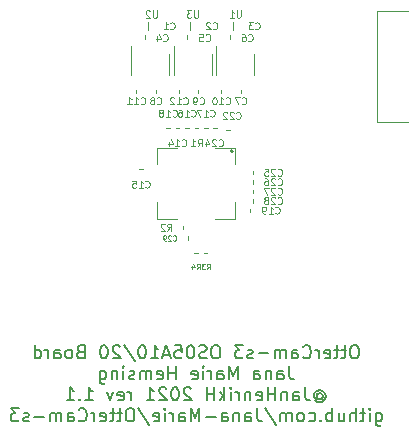
<source format=gbo>
G04 #@! TF.GenerationSoftware,KiCad,Pcbnew,5.1.5+dfsg1-2build2*
G04 #@! TF.CreationDate,2021-10-11T17:45:53+02:00*
G04 #@! TF.ProjectId,sensor_v1.0,73656e73-6f72-45f7-9631-2e302e6b6963,rev?*
G04 #@! TF.SameCoordinates,Original*
G04 #@! TF.FileFunction,Legend,Bot*
G04 #@! TF.FilePolarity,Positive*
%FSLAX46Y46*%
G04 Gerber Fmt 4.6, Leading zero omitted, Abs format (unit mm)*
G04 Created by KiCad (PCBNEW 5.1.5+dfsg1-2build2) date 2021-10-11 17:45:53*
%MOMM*%
%LPD*%
G04 APERTURE LIST*
%ADD10C,0.130000*%
%ADD11C,0.200000*%
%ADD12C,0.120000*%
%ADD13C,0.100000*%
G04 APERTURE END LIST*
D10*
X88488095Y-88727619D02*
X88278571Y-88727619D01*
X88173809Y-88780000D01*
X88069047Y-88884761D01*
X88016666Y-89094285D01*
X88016666Y-89460952D01*
X88069047Y-89670476D01*
X88173809Y-89775238D01*
X88278571Y-89827619D01*
X88488095Y-89827619D01*
X88592857Y-89775238D01*
X88697619Y-89670476D01*
X88750000Y-89460952D01*
X88750000Y-89094285D01*
X88697619Y-88884761D01*
X88592857Y-88780000D01*
X88488095Y-88727619D01*
X87702380Y-89094285D02*
X87283333Y-89094285D01*
X87545238Y-88727619D02*
X87545238Y-89670476D01*
X87492857Y-89775238D01*
X87388095Y-89827619D01*
X87283333Y-89827619D01*
X87073809Y-89094285D02*
X86654761Y-89094285D01*
X86916666Y-88727619D02*
X86916666Y-89670476D01*
X86864285Y-89775238D01*
X86759523Y-89827619D01*
X86654761Y-89827619D01*
X85869047Y-89775238D02*
X85973809Y-89827619D01*
X86183333Y-89827619D01*
X86288095Y-89775238D01*
X86340476Y-89670476D01*
X86340476Y-89251428D01*
X86288095Y-89146666D01*
X86183333Y-89094285D01*
X85973809Y-89094285D01*
X85869047Y-89146666D01*
X85816666Y-89251428D01*
X85816666Y-89356190D01*
X86340476Y-89460952D01*
X85345238Y-89827619D02*
X85345238Y-89094285D01*
X85345238Y-89303809D02*
X85292857Y-89199047D01*
X85240476Y-89146666D01*
X85135714Y-89094285D01*
X85030952Y-89094285D01*
X84035714Y-89722857D02*
X84088095Y-89775238D01*
X84245238Y-89827619D01*
X84350000Y-89827619D01*
X84507142Y-89775238D01*
X84611904Y-89670476D01*
X84664285Y-89565714D01*
X84716666Y-89356190D01*
X84716666Y-89199047D01*
X84664285Y-88989523D01*
X84611904Y-88884761D01*
X84507142Y-88780000D01*
X84350000Y-88727619D01*
X84245238Y-88727619D01*
X84088095Y-88780000D01*
X84035714Y-88832380D01*
X83092857Y-89827619D02*
X83092857Y-89251428D01*
X83145238Y-89146666D01*
X83250000Y-89094285D01*
X83459523Y-89094285D01*
X83564285Y-89146666D01*
X83092857Y-89775238D02*
X83197619Y-89827619D01*
X83459523Y-89827619D01*
X83564285Y-89775238D01*
X83616666Y-89670476D01*
X83616666Y-89565714D01*
X83564285Y-89460952D01*
X83459523Y-89408571D01*
X83197619Y-89408571D01*
X83092857Y-89356190D01*
X82569047Y-89827619D02*
X82569047Y-89094285D01*
X82569047Y-89199047D02*
X82516666Y-89146666D01*
X82411904Y-89094285D01*
X82254761Y-89094285D01*
X82150000Y-89146666D01*
X82097619Y-89251428D01*
X82097619Y-89827619D01*
X82097619Y-89251428D02*
X82045238Y-89146666D01*
X81940476Y-89094285D01*
X81783333Y-89094285D01*
X81678571Y-89146666D01*
X81626190Y-89251428D01*
X81626190Y-89827619D01*
X81102380Y-89408571D02*
X80264285Y-89408571D01*
X79792857Y-89775238D02*
X79688095Y-89827619D01*
X79478571Y-89827619D01*
X79373809Y-89775238D01*
X79321428Y-89670476D01*
X79321428Y-89618095D01*
X79373809Y-89513333D01*
X79478571Y-89460952D01*
X79635714Y-89460952D01*
X79740476Y-89408571D01*
X79792857Y-89303809D01*
X79792857Y-89251428D01*
X79740476Y-89146666D01*
X79635714Y-89094285D01*
X79478571Y-89094285D01*
X79373809Y-89146666D01*
X78954761Y-88727619D02*
X78273809Y-88727619D01*
X78640476Y-89146666D01*
X78483333Y-89146666D01*
X78378571Y-89199047D01*
X78326190Y-89251428D01*
X78273809Y-89356190D01*
X78273809Y-89618095D01*
X78326190Y-89722857D01*
X78378571Y-89775238D01*
X78483333Y-89827619D01*
X78797619Y-89827619D01*
X78902380Y-89775238D01*
X78954761Y-89722857D01*
X76754761Y-88727619D02*
X76545238Y-88727619D01*
X76440476Y-88780000D01*
X76335714Y-88884761D01*
X76283333Y-89094285D01*
X76283333Y-89460952D01*
X76335714Y-89670476D01*
X76440476Y-89775238D01*
X76545238Y-89827619D01*
X76754761Y-89827619D01*
X76859523Y-89775238D01*
X76964285Y-89670476D01*
X77016666Y-89460952D01*
X77016666Y-89094285D01*
X76964285Y-88884761D01*
X76859523Y-88780000D01*
X76754761Y-88727619D01*
X75864285Y-89775238D02*
X75707142Y-89827619D01*
X75445238Y-89827619D01*
X75340476Y-89775238D01*
X75288095Y-89722857D01*
X75235714Y-89618095D01*
X75235714Y-89513333D01*
X75288095Y-89408571D01*
X75340476Y-89356190D01*
X75445238Y-89303809D01*
X75654761Y-89251428D01*
X75759523Y-89199047D01*
X75811904Y-89146666D01*
X75864285Y-89041904D01*
X75864285Y-88937142D01*
X75811904Y-88832380D01*
X75759523Y-88780000D01*
X75654761Y-88727619D01*
X75392857Y-88727619D01*
X75235714Y-88780000D01*
X74554761Y-88727619D02*
X74450000Y-88727619D01*
X74345238Y-88780000D01*
X74292857Y-88832380D01*
X74240476Y-88937142D01*
X74188095Y-89146666D01*
X74188095Y-89408571D01*
X74240476Y-89618095D01*
X74292857Y-89722857D01*
X74345238Y-89775238D01*
X74450000Y-89827619D01*
X74554761Y-89827619D01*
X74659523Y-89775238D01*
X74711904Y-89722857D01*
X74764285Y-89618095D01*
X74816666Y-89408571D01*
X74816666Y-89146666D01*
X74764285Y-88937142D01*
X74711904Y-88832380D01*
X74659523Y-88780000D01*
X74554761Y-88727619D01*
X73192857Y-88727619D02*
X73716666Y-88727619D01*
X73769047Y-89251428D01*
X73716666Y-89199047D01*
X73611904Y-89146666D01*
X73350000Y-89146666D01*
X73245238Y-89199047D01*
X73192857Y-89251428D01*
X73140476Y-89356190D01*
X73140476Y-89618095D01*
X73192857Y-89722857D01*
X73245238Y-89775238D01*
X73350000Y-89827619D01*
X73611904Y-89827619D01*
X73716666Y-89775238D01*
X73769047Y-89722857D01*
X72721428Y-89513333D02*
X72197619Y-89513333D01*
X72826190Y-89827619D02*
X72459523Y-88727619D01*
X72092857Y-89827619D01*
X71150000Y-89827619D02*
X71778571Y-89827619D01*
X71464285Y-89827619D02*
X71464285Y-88727619D01*
X71569047Y-88884761D01*
X71673809Y-88989523D01*
X71778571Y-89041904D01*
X70469047Y-88727619D02*
X70364285Y-88727619D01*
X70259523Y-88780000D01*
X70207142Y-88832380D01*
X70154761Y-88937142D01*
X70102380Y-89146666D01*
X70102380Y-89408571D01*
X70154761Y-89618095D01*
X70207142Y-89722857D01*
X70259523Y-89775238D01*
X70364285Y-89827619D01*
X70469047Y-89827619D01*
X70573809Y-89775238D01*
X70626190Y-89722857D01*
X70678571Y-89618095D01*
X70730952Y-89408571D01*
X70730952Y-89146666D01*
X70678571Y-88937142D01*
X70626190Y-88832380D01*
X70573809Y-88780000D01*
X70469047Y-88727619D01*
X68845238Y-88675238D02*
X69788095Y-90089523D01*
X68530952Y-88832380D02*
X68478571Y-88780000D01*
X68373809Y-88727619D01*
X68111904Y-88727619D01*
X68007142Y-88780000D01*
X67954761Y-88832380D01*
X67902380Y-88937142D01*
X67902380Y-89041904D01*
X67954761Y-89199047D01*
X68583333Y-89827619D01*
X67902380Y-89827619D01*
X67221428Y-88727619D02*
X67116666Y-88727619D01*
X67011904Y-88780000D01*
X66959523Y-88832380D01*
X66907142Y-88937142D01*
X66854761Y-89146666D01*
X66854761Y-89408571D01*
X66907142Y-89618095D01*
X66959523Y-89722857D01*
X67011904Y-89775238D01*
X67116666Y-89827619D01*
X67221428Y-89827619D01*
X67326190Y-89775238D01*
X67378571Y-89722857D01*
X67430952Y-89618095D01*
X67483333Y-89408571D01*
X67483333Y-89146666D01*
X67430952Y-88937142D01*
X67378571Y-88832380D01*
X67326190Y-88780000D01*
X67221428Y-88727619D01*
X65178571Y-89251428D02*
X65021428Y-89303809D01*
X64969047Y-89356190D01*
X64916666Y-89460952D01*
X64916666Y-89618095D01*
X64969047Y-89722857D01*
X65021428Y-89775238D01*
X65126190Y-89827619D01*
X65545238Y-89827619D01*
X65545238Y-88727619D01*
X65178571Y-88727619D01*
X65073809Y-88780000D01*
X65021428Y-88832380D01*
X64969047Y-88937142D01*
X64969047Y-89041904D01*
X65021428Y-89146666D01*
X65073809Y-89199047D01*
X65178571Y-89251428D01*
X65545238Y-89251428D01*
X64288095Y-89827619D02*
X64392857Y-89775238D01*
X64445238Y-89722857D01*
X64497619Y-89618095D01*
X64497619Y-89303809D01*
X64445238Y-89199047D01*
X64392857Y-89146666D01*
X64288095Y-89094285D01*
X64130952Y-89094285D01*
X64026190Y-89146666D01*
X63973809Y-89199047D01*
X63921428Y-89303809D01*
X63921428Y-89618095D01*
X63973809Y-89722857D01*
X64026190Y-89775238D01*
X64130952Y-89827619D01*
X64288095Y-89827619D01*
X62978571Y-89827619D02*
X62978571Y-89251428D01*
X63030952Y-89146666D01*
X63135714Y-89094285D01*
X63345238Y-89094285D01*
X63450000Y-89146666D01*
X62978571Y-89775238D02*
X63083333Y-89827619D01*
X63345238Y-89827619D01*
X63450000Y-89775238D01*
X63502380Y-89670476D01*
X63502380Y-89565714D01*
X63450000Y-89460952D01*
X63345238Y-89408571D01*
X63083333Y-89408571D01*
X62978571Y-89356190D01*
X62454761Y-89827619D02*
X62454761Y-89094285D01*
X62454761Y-89303809D02*
X62402380Y-89199047D01*
X62350000Y-89146666D01*
X62245238Y-89094285D01*
X62140476Y-89094285D01*
X61302380Y-89827619D02*
X61302380Y-88727619D01*
X61302380Y-89775238D02*
X61407142Y-89827619D01*
X61616666Y-89827619D01*
X61721428Y-89775238D01*
X61773809Y-89722857D01*
X61826190Y-89618095D01*
X61826190Y-89303809D01*
X61773809Y-89199047D01*
X61721428Y-89146666D01*
X61616666Y-89094285D01*
X61407142Y-89094285D01*
X61302380Y-89146666D01*
X82857142Y-90507619D02*
X82857142Y-91293333D01*
X82909523Y-91450476D01*
X83014285Y-91555238D01*
X83171428Y-91607619D01*
X83276190Y-91607619D01*
X81861904Y-91607619D02*
X81861904Y-91031428D01*
X81914285Y-90926666D01*
X82019047Y-90874285D01*
X82228571Y-90874285D01*
X82333333Y-90926666D01*
X81861904Y-91555238D02*
X81966666Y-91607619D01*
X82228571Y-91607619D01*
X82333333Y-91555238D01*
X82385714Y-91450476D01*
X82385714Y-91345714D01*
X82333333Y-91240952D01*
X82228571Y-91188571D01*
X81966666Y-91188571D01*
X81861904Y-91136190D01*
X81338095Y-90874285D02*
X81338095Y-91607619D01*
X81338095Y-90979047D02*
X81285714Y-90926666D01*
X81180952Y-90874285D01*
X81023809Y-90874285D01*
X80919047Y-90926666D01*
X80866666Y-91031428D01*
X80866666Y-91607619D01*
X79871428Y-91607619D02*
X79871428Y-91031428D01*
X79923809Y-90926666D01*
X80028571Y-90874285D01*
X80238095Y-90874285D01*
X80342857Y-90926666D01*
X79871428Y-91555238D02*
X79976190Y-91607619D01*
X80238095Y-91607619D01*
X80342857Y-91555238D01*
X80395238Y-91450476D01*
X80395238Y-91345714D01*
X80342857Y-91240952D01*
X80238095Y-91188571D01*
X79976190Y-91188571D01*
X79871428Y-91136190D01*
X78509523Y-91607619D02*
X78509523Y-90507619D01*
X78142857Y-91293333D01*
X77776190Y-90507619D01*
X77776190Y-91607619D01*
X76780952Y-91607619D02*
X76780952Y-91031428D01*
X76833333Y-90926666D01*
X76938095Y-90874285D01*
X77147619Y-90874285D01*
X77252380Y-90926666D01*
X76780952Y-91555238D02*
X76885714Y-91607619D01*
X77147619Y-91607619D01*
X77252380Y-91555238D01*
X77304761Y-91450476D01*
X77304761Y-91345714D01*
X77252380Y-91240952D01*
X77147619Y-91188571D01*
X76885714Y-91188571D01*
X76780952Y-91136190D01*
X76257142Y-91607619D02*
X76257142Y-90874285D01*
X76257142Y-91083809D02*
X76204761Y-90979047D01*
X76152380Y-90926666D01*
X76047619Y-90874285D01*
X75942857Y-90874285D01*
X75576190Y-91607619D02*
X75576190Y-90874285D01*
X75576190Y-90507619D02*
X75628571Y-90560000D01*
X75576190Y-90612380D01*
X75523809Y-90560000D01*
X75576190Y-90507619D01*
X75576190Y-90612380D01*
X74633333Y-91555238D02*
X74738095Y-91607619D01*
X74947619Y-91607619D01*
X75052380Y-91555238D01*
X75104761Y-91450476D01*
X75104761Y-91031428D01*
X75052380Y-90926666D01*
X74947619Y-90874285D01*
X74738095Y-90874285D01*
X74633333Y-90926666D01*
X74580952Y-91031428D01*
X74580952Y-91136190D01*
X75104761Y-91240952D01*
X73271428Y-91607619D02*
X73271428Y-90507619D01*
X73271428Y-91031428D02*
X72642857Y-91031428D01*
X72642857Y-91607619D02*
X72642857Y-90507619D01*
X71700000Y-91555238D02*
X71804761Y-91607619D01*
X72014285Y-91607619D01*
X72119047Y-91555238D01*
X72171428Y-91450476D01*
X72171428Y-91031428D01*
X72119047Y-90926666D01*
X72014285Y-90874285D01*
X71804761Y-90874285D01*
X71700000Y-90926666D01*
X71647619Y-91031428D01*
X71647619Y-91136190D01*
X72171428Y-91240952D01*
X71176190Y-91607619D02*
X71176190Y-90874285D01*
X71176190Y-90979047D02*
X71123809Y-90926666D01*
X71019047Y-90874285D01*
X70861904Y-90874285D01*
X70757142Y-90926666D01*
X70704761Y-91031428D01*
X70704761Y-91607619D01*
X70704761Y-91031428D02*
X70652380Y-90926666D01*
X70547619Y-90874285D01*
X70390476Y-90874285D01*
X70285714Y-90926666D01*
X70233333Y-91031428D01*
X70233333Y-91607619D01*
X69761904Y-91555238D02*
X69657142Y-91607619D01*
X69447619Y-91607619D01*
X69342857Y-91555238D01*
X69290476Y-91450476D01*
X69290476Y-91398095D01*
X69342857Y-91293333D01*
X69447619Y-91240952D01*
X69604761Y-91240952D01*
X69709523Y-91188571D01*
X69761904Y-91083809D01*
X69761904Y-91031428D01*
X69709523Y-90926666D01*
X69604761Y-90874285D01*
X69447619Y-90874285D01*
X69342857Y-90926666D01*
X68819047Y-91607619D02*
X68819047Y-90874285D01*
X68819047Y-90507619D02*
X68871428Y-90560000D01*
X68819047Y-90612380D01*
X68766666Y-90560000D01*
X68819047Y-90507619D01*
X68819047Y-90612380D01*
X68295238Y-90874285D02*
X68295238Y-91607619D01*
X68295238Y-90979047D02*
X68242857Y-90926666D01*
X68138095Y-90874285D01*
X67980952Y-90874285D01*
X67876190Y-90926666D01*
X67823809Y-91031428D01*
X67823809Y-91607619D01*
X66828571Y-90874285D02*
X66828571Y-91764761D01*
X66880952Y-91869523D01*
X66933333Y-91921904D01*
X67038095Y-91974285D01*
X67195238Y-91974285D01*
X67300000Y-91921904D01*
X66828571Y-91555238D02*
X66933333Y-91607619D01*
X67142857Y-91607619D01*
X67247619Y-91555238D01*
X67300000Y-91502857D01*
X67352380Y-91398095D01*
X67352380Y-91083809D01*
X67300000Y-90979047D01*
X67247619Y-90926666D01*
X67142857Y-90874285D01*
X66933333Y-90874285D01*
X66828571Y-90926666D01*
X85240476Y-92863809D02*
X85292857Y-92811428D01*
X85397619Y-92759047D01*
X85502380Y-92759047D01*
X85607142Y-92811428D01*
X85659523Y-92863809D01*
X85711904Y-92968571D01*
X85711904Y-93073333D01*
X85659523Y-93178095D01*
X85607142Y-93230476D01*
X85502380Y-93282857D01*
X85397619Y-93282857D01*
X85292857Y-93230476D01*
X85240476Y-93178095D01*
X85240476Y-92759047D02*
X85240476Y-93178095D01*
X85188095Y-93230476D01*
X85135714Y-93230476D01*
X85030952Y-93178095D01*
X84978571Y-93073333D01*
X84978571Y-92811428D01*
X85083333Y-92654285D01*
X85240476Y-92549523D01*
X85450000Y-92497142D01*
X85659523Y-92549523D01*
X85816666Y-92654285D01*
X85921428Y-92811428D01*
X85973809Y-93020952D01*
X85921428Y-93230476D01*
X85816666Y-93387619D01*
X85659523Y-93492380D01*
X85450000Y-93544761D01*
X85240476Y-93492380D01*
X85083333Y-93387619D01*
X84192857Y-92287619D02*
X84192857Y-93073333D01*
X84245238Y-93230476D01*
X84350000Y-93335238D01*
X84507142Y-93387619D01*
X84611904Y-93387619D01*
X83197619Y-93387619D02*
X83197619Y-92811428D01*
X83250000Y-92706666D01*
X83354761Y-92654285D01*
X83564285Y-92654285D01*
X83669047Y-92706666D01*
X83197619Y-93335238D02*
X83302380Y-93387619D01*
X83564285Y-93387619D01*
X83669047Y-93335238D01*
X83721428Y-93230476D01*
X83721428Y-93125714D01*
X83669047Y-93020952D01*
X83564285Y-92968571D01*
X83302380Y-92968571D01*
X83197619Y-92916190D01*
X82673809Y-92654285D02*
X82673809Y-93387619D01*
X82673809Y-92759047D02*
X82621428Y-92706666D01*
X82516666Y-92654285D01*
X82359523Y-92654285D01*
X82254761Y-92706666D01*
X82202380Y-92811428D01*
X82202380Y-93387619D01*
X81678571Y-93387619D02*
X81678571Y-92287619D01*
X81678571Y-92811428D02*
X81050000Y-92811428D01*
X81050000Y-93387619D02*
X81050000Y-92287619D01*
X80107142Y-93335238D02*
X80211904Y-93387619D01*
X80421428Y-93387619D01*
X80526190Y-93335238D01*
X80578571Y-93230476D01*
X80578571Y-92811428D01*
X80526190Y-92706666D01*
X80421428Y-92654285D01*
X80211904Y-92654285D01*
X80107142Y-92706666D01*
X80054761Y-92811428D01*
X80054761Y-92916190D01*
X80578571Y-93020952D01*
X79583333Y-92654285D02*
X79583333Y-93387619D01*
X79583333Y-92759047D02*
X79530952Y-92706666D01*
X79426190Y-92654285D01*
X79269047Y-92654285D01*
X79164285Y-92706666D01*
X79111904Y-92811428D01*
X79111904Y-93387619D01*
X78588095Y-93387619D02*
X78588095Y-92654285D01*
X78588095Y-92863809D02*
X78535714Y-92759047D01*
X78483333Y-92706666D01*
X78378571Y-92654285D01*
X78273809Y-92654285D01*
X77907142Y-93387619D02*
X77907142Y-92654285D01*
X77907142Y-92287619D02*
X77959523Y-92340000D01*
X77907142Y-92392380D01*
X77854761Y-92340000D01*
X77907142Y-92287619D01*
X77907142Y-92392380D01*
X77383333Y-93387619D02*
X77383333Y-92287619D01*
X77278571Y-92968571D02*
X76964285Y-93387619D01*
X76964285Y-92654285D02*
X77383333Y-93073333D01*
X76492857Y-93387619D02*
X76492857Y-92287619D01*
X76492857Y-92811428D02*
X75864285Y-92811428D01*
X75864285Y-93387619D02*
X75864285Y-92287619D01*
X74554761Y-92392380D02*
X74502380Y-92340000D01*
X74397619Y-92287619D01*
X74135714Y-92287619D01*
X74030952Y-92340000D01*
X73978571Y-92392380D01*
X73926190Y-92497142D01*
X73926190Y-92601904D01*
X73978571Y-92759047D01*
X74607142Y-93387619D01*
X73926190Y-93387619D01*
X73245238Y-92287619D02*
X73140476Y-92287619D01*
X73035714Y-92340000D01*
X72983333Y-92392380D01*
X72930952Y-92497142D01*
X72878571Y-92706666D01*
X72878571Y-92968571D01*
X72930952Y-93178095D01*
X72983333Y-93282857D01*
X73035714Y-93335238D01*
X73140476Y-93387619D01*
X73245238Y-93387619D01*
X73350000Y-93335238D01*
X73402380Y-93282857D01*
X73454761Y-93178095D01*
X73507142Y-92968571D01*
X73507142Y-92706666D01*
X73454761Y-92497142D01*
X73402380Y-92392380D01*
X73350000Y-92340000D01*
X73245238Y-92287619D01*
X72459523Y-92392380D02*
X72407142Y-92340000D01*
X72302380Y-92287619D01*
X72040476Y-92287619D01*
X71935714Y-92340000D01*
X71883333Y-92392380D01*
X71830952Y-92497142D01*
X71830952Y-92601904D01*
X71883333Y-92759047D01*
X72511904Y-93387619D01*
X71830952Y-93387619D01*
X70783333Y-93387619D02*
X71411904Y-93387619D01*
X71097619Y-93387619D02*
X71097619Y-92287619D01*
X71202380Y-92444761D01*
X71307142Y-92549523D01*
X71411904Y-92601904D01*
X69473809Y-93387619D02*
X69473809Y-92654285D01*
X69473809Y-92863809D02*
X69421428Y-92759047D01*
X69369047Y-92706666D01*
X69264285Y-92654285D01*
X69159523Y-92654285D01*
X68373809Y-93335238D02*
X68478571Y-93387619D01*
X68688095Y-93387619D01*
X68792857Y-93335238D01*
X68845238Y-93230476D01*
X68845238Y-92811428D01*
X68792857Y-92706666D01*
X68688095Y-92654285D01*
X68478571Y-92654285D01*
X68373809Y-92706666D01*
X68321428Y-92811428D01*
X68321428Y-92916190D01*
X68845238Y-93020952D01*
X67954761Y-92654285D02*
X67692857Y-93387619D01*
X67430952Y-92654285D01*
X65597619Y-93387619D02*
X66226190Y-93387619D01*
X65911904Y-93387619D02*
X65911904Y-92287619D01*
X66016666Y-92444761D01*
X66121428Y-92549523D01*
X66226190Y-92601904D01*
X65126190Y-93282857D02*
X65073809Y-93335238D01*
X65126190Y-93387619D01*
X65178571Y-93335238D01*
X65126190Y-93282857D01*
X65126190Y-93387619D01*
X64026190Y-93387619D02*
X64654761Y-93387619D01*
X64340476Y-93387619D02*
X64340476Y-92287619D01*
X64445238Y-92444761D01*
X64550000Y-92549523D01*
X64654761Y-92601904D01*
X90190476Y-94434285D02*
X90190476Y-95324761D01*
X90242857Y-95429523D01*
X90295238Y-95481904D01*
X90400000Y-95534285D01*
X90557142Y-95534285D01*
X90661904Y-95481904D01*
X90190476Y-95115238D02*
X90295238Y-95167619D01*
X90504761Y-95167619D01*
X90609523Y-95115238D01*
X90661904Y-95062857D01*
X90714285Y-94958095D01*
X90714285Y-94643809D01*
X90661904Y-94539047D01*
X90609523Y-94486666D01*
X90504761Y-94434285D01*
X90295238Y-94434285D01*
X90190476Y-94486666D01*
X89666666Y-95167619D02*
X89666666Y-94434285D01*
X89666666Y-94067619D02*
X89719047Y-94120000D01*
X89666666Y-94172380D01*
X89614285Y-94120000D01*
X89666666Y-94067619D01*
X89666666Y-94172380D01*
X89300000Y-94434285D02*
X88880952Y-94434285D01*
X89142857Y-94067619D02*
X89142857Y-95010476D01*
X89090476Y-95115238D01*
X88985714Y-95167619D01*
X88880952Y-95167619D01*
X88514285Y-95167619D02*
X88514285Y-94067619D01*
X88042857Y-95167619D02*
X88042857Y-94591428D01*
X88095238Y-94486666D01*
X88200000Y-94434285D01*
X88357142Y-94434285D01*
X88461904Y-94486666D01*
X88514285Y-94539047D01*
X87047619Y-94434285D02*
X87047619Y-95167619D01*
X87519047Y-94434285D02*
X87519047Y-95010476D01*
X87466666Y-95115238D01*
X87361904Y-95167619D01*
X87204761Y-95167619D01*
X87100000Y-95115238D01*
X87047619Y-95062857D01*
X86523809Y-95167619D02*
X86523809Y-94067619D01*
X86523809Y-94486666D02*
X86419047Y-94434285D01*
X86209523Y-94434285D01*
X86104761Y-94486666D01*
X86052380Y-94539047D01*
X86000000Y-94643809D01*
X86000000Y-94958095D01*
X86052380Y-95062857D01*
X86104761Y-95115238D01*
X86209523Y-95167619D01*
X86419047Y-95167619D01*
X86523809Y-95115238D01*
X85528571Y-95062857D02*
X85476190Y-95115238D01*
X85528571Y-95167619D01*
X85580952Y-95115238D01*
X85528571Y-95062857D01*
X85528571Y-95167619D01*
X84533333Y-95115238D02*
X84638095Y-95167619D01*
X84847619Y-95167619D01*
X84952380Y-95115238D01*
X85004761Y-95062857D01*
X85057142Y-94958095D01*
X85057142Y-94643809D01*
X85004761Y-94539047D01*
X84952380Y-94486666D01*
X84847619Y-94434285D01*
X84638095Y-94434285D01*
X84533333Y-94486666D01*
X83904761Y-95167619D02*
X84009523Y-95115238D01*
X84061904Y-95062857D01*
X84114285Y-94958095D01*
X84114285Y-94643809D01*
X84061904Y-94539047D01*
X84009523Y-94486666D01*
X83904761Y-94434285D01*
X83747619Y-94434285D01*
X83642857Y-94486666D01*
X83590476Y-94539047D01*
X83538095Y-94643809D01*
X83538095Y-94958095D01*
X83590476Y-95062857D01*
X83642857Y-95115238D01*
X83747619Y-95167619D01*
X83904761Y-95167619D01*
X83066666Y-95167619D02*
X83066666Y-94434285D01*
X83066666Y-94539047D02*
X83014285Y-94486666D01*
X82909523Y-94434285D01*
X82752380Y-94434285D01*
X82647619Y-94486666D01*
X82595238Y-94591428D01*
X82595238Y-95167619D01*
X82595238Y-94591428D02*
X82542857Y-94486666D01*
X82438095Y-94434285D01*
X82280952Y-94434285D01*
X82176190Y-94486666D01*
X82123809Y-94591428D01*
X82123809Y-95167619D01*
X80814285Y-94015238D02*
X81757142Y-95429523D01*
X80133333Y-94067619D02*
X80133333Y-94853333D01*
X80185714Y-95010476D01*
X80290476Y-95115238D01*
X80447619Y-95167619D01*
X80552380Y-95167619D01*
X79138095Y-95167619D02*
X79138095Y-94591428D01*
X79190476Y-94486666D01*
X79295238Y-94434285D01*
X79504761Y-94434285D01*
X79609523Y-94486666D01*
X79138095Y-95115238D02*
X79242857Y-95167619D01*
X79504761Y-95167619D01*
X79609523Y-95115238D01*
X79661904Y-95010476D01*
X79661904Y-94905714D01*
X79609523Y-94800952D01*
X79504761Y-94748571D01*
X79242857Y-94748571D01*
X79138095Y-94696190D01*
X78614285Y-94434285D02*
X78614285Y-95167619D01*
X78614285Y-94539047D02*
X78561904Y-94486666D01*
X78457142Y-94434285D01*
X78300000Y-94434285D01*
X78195238Y-94486666D01*
X78142857Y-94591428D01*
X78142857Y-95167619D01*
X77147619Y-95167619D02*
X77147619Y-94591428D01*
X77200000Y-94486666D01*
X77304761Y-94434285D01*
X77514285Y-94434285D01*
X77619047Y-94486666D01*
X77147619Y-95115238D02*
X77252380Y-95167619D01*
X77514285Y-95167619D01*
X77619047Y-95115238D01*
X77671428Y-95010476D01*
X77671428Y-94905714D01*
X77619047Y-94800952D01*
X77514285Y-94748571D01*
X77252380Y-94748571D01*
X77147619Y-94696190D01*
X76623809Y-94748571D02*
X75785714Y-94748571D01*
X75261904Y-95167619D02*
X75261904Y-94067619D01*
X74895238Y-94853333D01*
X74528571Y-94067619D01*
X74528571Y-95167619D01*
X73533333Y-95167619D02*
X73533333Y-94591428D01*
X73585714Y-94486666D01*
X73690476Y-94434285D01*
X73900000Y-94434285D01*
X74004761Y-94486666D01*
X73533333Y-95115238D02*
X73638095Y-95167619D01*
X73900000Y-95167619D01*
X74004761Y-95115238D01*
X74057142Y-95010476D01*
X74057142Y-94905714D01*
X74004761Y-94800952D01*
X73900000Y-94748571D01*
X73638095Y-94748571D01*
X73533333Y-94696190D01*
X73009523Y-95167619D02*
X73009523Y-94434285D01*
X73009523Y-94643809D02*
X72957142Y-94539047D01*
X72904761Y-94486666D01*
X72800000Y-94434285D01*
X72695238Y-94434285D01*
X72328571Y-95167619D02*
X72328571Y-94434285D01*
X72328571Y-94067619D02*
X72380952Y-94120000D01*
X72328571Y-94172380D01*
X72276190Y-94120000D01*
X72328571Y-94067619D01*
X72328571Y-94172380D01*
X71385714Y-95115238D02*
X71490476Y-95167619D01*
X71700000Y-95167619D01*
X71804761Y-95115238D01*
X71857142Y-95010476D01*
X71857142Y-94591428D01*
X71804761Y-94486666D01*
X71700000Y-94434285D01*
X71490476Y-94434285D01*
X71385714Y-94486666D01*
X71333333Y-94591428D01*
X71333333Y-94696190D01*
X71857142Y-94800952D01*
X70076190Y-94015238D02*
X71019047Y-95429523D01*
X69500000Y-94067619D02*
X69290476Y-94067619D01*
X69185714Y-94120000D01*
X69080952Y-94224761D01*
X69028571Y-94434285D01*
X69028571Y-94800952D01*
X69080952Y-95010476D01*
X69185714Y-95115238D01*
X69290476Y-95167619D01*
X69500000Y-95167619D01*
X69604761Y-95115238D01*
X69709523Y-95010476D01*
X69761904Y-94800952D01*
X69761904Y-94434285D01*
X69709523Y-94224761D01*
X69604761Y-94120000D01*
X69500000Y-94067619D01*
X68714285Y-94434285D02*
X68295238Y-94434285D01*
X68557142Y-94067619D02*
X68557142Y-95010476D01*
X68504761Y-95115238D01*
X68400000Y-95167619D01*
X68295238Y-95167619D01*
X68085714Y-94434285D02*
X67666666Y-94434285D01*
X67928571Y-94067619D02*
X67928571Y-95010476D01*
X67876190Y-95115238D01*
X67771428Y-95167619D01*
X67666666Y-95167619D01*
X66880952Y-95115238D02*
X66985714Y-95167619D01*
X67195238Y-95167619D01*
X67300000Y-95115238D01*
X67352380Y-95010476D01*
X67352380Y-94591428D01*
X67300000Y-94486666D01*
X67195238Y-94434285D01*
X66985714Y-94434285D01*
X66880952Y-94486666D01*
X66828571Y-94591428D01*
X66828571Y-94696190D01*
X67352380Y-94800952D01*
X66357142Y-95167619D02*
X66357142Y-94434285D01*
X66357142Y-94643809D02*
X66304761Y-94539047D01*
X66252380Y-94486666D01*
X66147619Y-94434285D01*
X66042857Y-94434285D01*
X65047619Y-95062857D02*
X65100000Y-95115238D01*
X65257142Y-95167619D01*
X65361904Y-95167619D01*
X65519047Y-95115238D01*
X65623809Y-95010476D01*
X65676190Y-94905714D01*
X65728571Y-94696190D01*
X65728571Y-94539047D01*
X65676190Y-94329523D01*
X65623809Y-94224761D01*
X65519047Y-94120000D01*
X65361904Y-94067619D01*
X65257142Y-94067619D01*
X65100000Y-94120000D01*
X65047619Y-94172380D01*
X64104761Y-95167619D02*
X64104761Y-94591428D01*
X64157142Y-94486666D01*
X64261904Y-94434285D01*
X64471428Y-94434285D01*
X64576190Y-94486666D01*
X64104761Y-95115238D02*
X64209523Y-95167619D01*
X64471428Y-95167619D01*
X64576190Y-95115238D01*
X64628571Y-95010476D01*
X64628571Y-94905714D01*
X64576190Y-94800952D01*
X64471428Y-94748571D01*
X64209523Y-94748571D01*
X64104761Y-94696190D01*
X63580952Y-95167619D02*
X63580952Y-94434285D01*
X63580952Y-94539047D02*
X63528571Y-94486666D01*
X63423809Y-94434285D01*
X63266666Y-94434285D01*
X63161904Y-94486666D01*
X63109523Y-94591428D01*
X63109523Y-95167619D01*
X63109523Y-94591428D02*
X63057142Y-94486666D01*
X62952380Y-94434285D01*
X62795238Y-94434285D01*
X62690476Y-94486666D01*
X62638095Y-94591428D01*
X62638095Y-95167619D01*
X62114285Y-94748571D02*
X61276190Y-94748571D01*
X60804761Y-95115238D02*
X60700000Y-95167619D01*
X60490476Y-95167619D01*
X60385714Y-95115238D01*
X60333333Y-95010476D01*
X60333333Y-94958095D01*
X60385714Y-94853333D01*
X60490476Y-94800952D01*
X60647619Y-94800952D01*
X60752380Y-94748571D01*
X60804761Y-94643809D01*
X60804761Y-94591428D01*
X60752380Y-94486666D01*
X60647619Y-94434285D01*
X60490476Y-94434285D01*
X60385714Y-94486666D01*
X59966666Y-94067619D02*
X59285714Y-94067619D01*
X59652380Y-94486666D01*
X59495238Y-94486666D01*
X59390476Y-94539047D01*
X59338095Y-94591428D01*
X59285714Y-94696190D01*
X59285714Y-94958095D01*
X59338095Y-95062857D01*
X59390476Y-95115238D01*
X59495238Y-95167619D01*
X59809523Y-95167619D01*
X59914285Y-95115238D01*
X59966666Y-95062857D01*
D11*
X78100000Y-72300000D02*
G75*
G03X78100000Y-72300000I-100000J0D01*
G01*
D12*
X73400000Y-72000000D02*
X71700000Y-72000000D01*
X71700000Y-78000000D02*
X71700000Y-76620000D01*
X73380000Y-78000000D02*
X71700000Y-78000000D01*
X71700000Y-72000000D02*
X71700000Y-73380000D01*
X78300000Y-78000000D02*
X78300000Y-76620000D01*
X76600000Y-78000000D02*
X78300000Y-78000000D01*
X78300000Y-72000000D02*
X78300000Y-73380000D01*
X76620000Y-72000000D02*
X78300000Y-72000000D01*
X75100000Y-80900000D02*
X74800000Y-80900000D01*
X75925000Y-80900000D02*
X75625000Y-80900000D01*
X74300000Y-79500000D02*
X74300000Y-79800000D01*
X73090000Y-65825000D02*
X73090000Y-63375000D01*
X76310000Y-64025000D02*
X76310000Y-65825000D01*
X69490000Y-65825000D02*
X69490000Y-63375000D01*
X72710000Y-64025000D02*
X72710000Y-65825000D01*
X76690000Y-65825000D02*
X76690000Y-63375000D01*
X79910000Y-64025000D02*
X79910000Y-65825000D01*
X73850000Y-78875000D02*
X73850000Y-78575000D01*
X75150000Y-70350000D02*
X74850000Y-70350000D01*
X92900000Y-69800000D02*
X90300000Y-69800000D01*
X90300000Y-69800000D02*
X90300000Y-60400000D01*
X90300000Y-60400000D02*
X92900000Y-60400000D01*
X79800000Y-76650000D02*
X79800000Y-76350000D01*
X79800000Y-75850000D02*
X79800000Y-75550000D01*
X79800000Y-75050000D02*
X79800000Y-74750000D01*
X79800000Y-74250000D02*
X79800000Y-73950000D01*
X76450000Y-70350000D02*
X76750000Y-70350000D01*
X77550000Y-70500000D02*
X77850000Y-70500000D01*
X79525000Y-77150000D02*
X79525000Y-77450000D01*
X72450000Y-70350000D02*
X72750000Y-70350000D01*
X75650000Y-70350000D02*
X75950000Y-70350000D01*
X74050000Y-70350000D02*
X74350000Y-70350000D01*
X70150000Y-73800000D02*
X70450000Y-73800000D01*
X73250000Y-70350000D02*
X73550000Y-70350000D01*
X73525000Y-67075000D02*
X73525000Y-67375000D01*
X69925000Y-67075000D02*
X69925000Y-67375000D01*
X77125000Y-67075000D02*
X77125000Y-67375000D01*
X75175000Y-67375000D02*
X75175000Y-67075000D01*
X71575000Y-67375000D02*
X71575000Y-67075000D01*
X78775000Y-67375000D02*
X78775000Y-67075000D01*
X77825000Y-62475000D02*
X77825000Y-62775000D01*
X74225000Y-62475000D02*
X74225000Y-62775000D01*
X70625000Y-62475000D02*
X70625000Y-62775000D01*
X78100000Y-61325000D02*
X78100000Y-62025000D01*
X74500000Y-61325000D02*
X74500000Y-62025000D01*
X70900000Y-61325000D02*
X70900000Y-62025000D01*
D13*
X75025000Y-82278571D02*
X75175000Y-82064285D01*
X75282142Y-82278571D02*
X75282142Y-81828571D01*
X75110714Y-81828571D01*
X75067857Y-81850000D01*
X75046428Y-81871428D01*
X75025000Y-81914285D01*
X75025000Y-81978571D01*
X75046428Y-82021428D01*
X75067857Y-82042857D01*
X75110714Y-82064285D01*
X75282142Y-82064285D01*
X74639285Y-81978571D02*
X74639285Y-82278571D01*
X74746428Y-81807142D02*
X74853571Y-82128571D01*
X74575000Y-82128571D01*
X75875000Y-82278571D02*
X76025000Y-82064285D01*
X76132142Y-82278571D02*
X76132142Y-81828571D01*
X75960714Y-81828571D01*
X75917857Y-81850000D01*
X75896428Y-81871428D01*
X75875000Y-81914285D01*
X75875000Y-81978571D01*
X75896428Y-82021428D01*
X75917857Y-82042857D01*
X75960714Y-82064285D01*
X76132142Y-82064285D01*
X75725000Y-81828571D02*
X75446428Y-81828571D01*
X75596428Y-82000000D01*
X75532142Y-82000000D01*
X75489285Y-82021428D01*
X75467857Y-82042857D01*
X75446428Y-82085714D01*
X75446428Y-82192857D01*
X75467857Y-82235714D01*
X75489285Y-82257142D01*
X75532142Y-82278571D01*
X75660714Y-82278571D01*
X75703571Y-82257142D01*
X75725000Y-82235714D01*
X73039285Y-79810714D02*
X73060714Y-79832142D01*
X73125000Y-79853571D01*
X73167857Y-79853571D01*
X73232142Y-79832142D01*
X73275000Y-79789285D01*
X73296428Y-79746428D01*
X73317857Y-79660714D01*
X73317857Y-79596428D01*
X73296428Y-79510714D01*
X73275000Y-79467857D01*
X73232142Y-79425000D01*
X73167857Y-79403571D01*
X73125000Y-79403571D01*
X73060714Y-79425000D01*
X73039285Y-79446428D01*
X72867857Y-79446428D02*
X72846428Y-79425000D01*
X72803571Y-79403571D01*
X72696428Y-79403571D01*
X72653571Y-79425000D01*
X72632142Y-79446428D01*
X72610714Y-79489285D01*
X72610714Y-79532142D01*
X72632142Y-79596428D01*
X72889285Y-79853571D01*
X72610714Y-79853571D01*
X72396428Y-79853571D02*
X72310714Y-79853571D01*
X72267857Y-79832142D01*
X72246428Y-79810714D01*
X72203571Y-79746428D01*
X72182142Y-79660714D01*
X72182142Y-79489285D01*
X72203571Y-79446428D01*
X72225000Y-79425000D01*
X72267857Y-79403571D01*
X72353571Y-79403571D01*
X72396428Y-79425000D01*
X72417857Y-79446428D01*
X72439285Y-79489285D01*
X72439285Y-79596428D01*
X72417857Y-79639285D01*
X72396428Y-79660714D01*
X72353571Y-79682142D01*
X72267857Y-79682142D01*
X72225000Y-79660714D01*
X72203571Y-79639285D01*
X72182142Y-79596428D01*
X75157142Y-60371428D02*
X75157142Y-60857142D01*
X75128571Y-60914285D01*
X75100000Y-60942857D01*
X75042857Y-60971428D01*
X74928571Y-60971428D01*
X74871428Y-60942857D01*
X74842857Y-60914285D01*
X74814285Y-60857142D01*
X74814285Y-60371428D01*
X74585714Y-60371428D02*
X74214285Y-60371428D01*
X74414285Y-60600000D01*
X74328571Y-60600000D01*
X74271428Y-60628571D01*
X74242857Y-60657142D01*
X74214285Y-60714285D01*
X74214285Y-60857142D01*
X74242857Y-60914285D01*
X74271428Y-60942857D01*
X74328571Y-60971428D01*
X74500000Y-60971428D01*
X74557142Y-60942857D01*
X74585714Y-60914285D01*
X71657142Y-60371428D02*
X71657142Y-60857142D01*
X71628571Y-60914285D01*
X71600000Y-60942857D01*
X71542857Y-60971428D01*
X71428571Y-60971428D01*
X71371428Y-60942857D01*
X71342857Y-60914285D01*
X71314285Y-60857142D01*
X71314285Y-60371428D01*
X71057142Y-60428571D02*
X71028571Y-60400000D01*
X70971428Y-60371428D01*
X70828571Y-60371428D01*
X70771428Y-60400000D01*
X70742857Y-60428571D01*
X70714285Y-60485714D01*
X70714285Y-60542857D01*
X70742857Y-60628571D01*
X71085714Y-60971428D01*
X70714285Y-60971428D01*
X78757142Y-60371428D02*
X78757142Y-60857142D01*
X78728571Y-60914285D01*
X78700000Y-60942857D01*
X78642857Y-60971428D01*
X78528571Y-60971428D01*
X78471428Y-60942857D01*
X78442857Y-60914285D01*
X78414285Y-60857142D01*
X78414285Y-60371428D01*
X77814285Y-60971428D02*
X78157142Y-60971428D01*
X77985714Y-60971428D02*
X77985714Y-60371428D01*
X78042857Y-60457142D01*
X78100000Y-60514285D01*
X78157142Y-60542857D01*
X72550000Y-79021428D02*
X72750000Y-78735714D01*
X72892857Y-79021428D02*
X72892857Y-78421428D01*
X72664285Y-78421428D01*
X72607142Y-78450000D01*
X72578571Y-78478571D01*
X72550000Y-78535714D01*
X72550000Y-78621428D01*
X72578571Y-78678571D01*
X72607142Y-78707142D01*
X72664285Y-78735714D01*
X72892857Y-78735714D01*
X72321428Y-78478571D02*
X72292857Y-78450000D01*
X72235714Y-78421428D01*
X72092857Y-78421428D01*
X72035714Y-78450000D01*
X72007142Y-78478571D01*
X71978571Y-78535714D01*
X71978571Y-78592857D01*
X72007142Y-78678571D01*
X72350000Y-79021428D01*
X71978571Y-79021428D01*
X75100000Y-71871428D02*
X75300000Y-71585714D01*
X75442857Y-71871428D02*
X75442857Y-71271428D01*
X75214285Y-71271428D01*
X75157142Y-71300000D01*
X75128571Y-71328571D01*
X75100000Y-71385714D01*
X75100000Y-71471428D01*
X75128571Y-71528571D01*
X75157142Y-71557142D01*
X75214285Y-71585714D01*
X75442857Y-71585714D01*
X74528571Y-71871428D02*
X74871428Y-71871428D01*
X74700000Y-71871428D02*
X74700000Y-71271428D01*
X74757142Y-71357142D01*
X74814285Y-71414285D01*
X74871428Y-71442857D01*
X81885714Y-76714285D02*
X81914285Y-76742857D01*
X82000000Y-76771428D01*
X82057142Y-76771428D01*
X82142857Y-76742857D01*
X82200000Y-76685714D01*
X82228571Y-76628571D01*
X82257142Y-76514285D01*
X82257142Y-76428571D01*
X82228571Y-76314285D01*
X82200000Y-76257142D01*
X82142857Y-76200000D01*
X82057142Y-76171428D01*
X82000000Y-76171428D01*
X81914285Y-76200000D01*
X81885714Y-76228571D01*
X81657142Y-76228571D02*
X81628571Y-76200000D01*
X81571428Y-76171428D01*
X81428571Y-76171428D01*
X81371428Y-76200000D01*
X81342857Y-76228571D01*
X81314285Y-76285714D01*
X81314285Y-76342857D01*
X81342857Y-76428571D01*
X81685714Y-76771428D01*
X81314285Y-76771428D01*
X80971428Y-76428571D02*
X81028571Y-76400000D01*
X81057142Y-76371428D01*
X81085714Y-76314285D01*
X81085714Y-76285714D01*
X81057142Y-76228571D01*
X81028571Y-76200000D01*
X80971428Y-76171428D01*
X80857142Y-76171428D01*
X80800000Y-76200000D01*
X80771428Y-76228571D01*
X80742857Y-76285714D01*
X80742857Y-76314285D01*
X80771428Y-76371428D01*
X80800000Y-76400000D01*
X80857142Y-76428571D01*
X80971428Y-76428571D01*
X81028571Y-76457142D01*
X81057142Y-76485714D01*
X81085714Y-76542857D01*
X81085714Y-76657142D01*
X81057142Y-76714285D01*
X81028571Y-76742857D01*
X80971428Y-76771428D01*
X80857142Y-76771428D01*
X80800000Y-76742857D01*
X80771428Y-76714285D01*
X80742857Y-76657142D01*
X80742857Y-76542857D01*
X80771428Y-76485714D01*
X80800000Y-76457142D01*
X80857142Y-76428571D01*
X81885714Y-75914285D02*
X81914285Y-75942857D01*
X82000000Y-75971428D01*
X82057142Y-75971428D01*
X82142857Y-75942857D01*
X82200000Y-75885714D01*
X82228571Y-75828571D01*
X82257142Y-75714285D01*
X82257142Y-75628571D01*
X82228571Y-75514285D01*
X82200000Y-75457142D01*
X82142857Y-75400000D01*
X82057142Y-75371428D01*
X82000000Y-75371428D01*
X81914285Y-75400000D01*
X81885714Y-75428571D01*
X81657142Y-75428571D02*
X81628571Y-75400000D01*
X81571428Y-75371428D01*
X81428571Y-75371428D01*
X81371428Y-75400000D01*
X81342857Y-75428571D01*
X81314285Y-75485714D01*
X81314285Y-75542857D01*
X81342857Y-75628571D01*
X81685714Y-75971428D01*
X81314285Y-75971428D01*
X81114285Y-75371428D02*
X80714285Y-75371428D01*
X80971428Y-75971428D01*
X81885714Y-75114285D02*
X81914285Y-75142857D01*
X82000000Y-75171428D01*
X82057142Y-75171428D01*
X82142857Y-75142857D01*
X82200000Y-75085714D01*
X82228571Y-75028571D01*
X82257142Y-74914285D01*
X82257142Y-74828571D01*
X82228571Y-74714285D01*
X82200000Y-74657142D01*
X82142857Y-74600000D01*
X82057142Y-74571428D01*
X82000000Y-74571428D01*
X81914285Y-74600000D01*
X81885714Y-74628571D01*
X81657142Y-74628571D02*
X81628571Y-74600000D01*
X81571428Y-74571428D01*
X81428571Y-74571428D01*
X81371428Y-74600000D01*
X81342857Y-74628571D01*
X81314285Y-74685714D01*
X81314285Y-74742857D01*
X81342857Y-74828571D01*
X81685714Y-75171428D01*
X81314285Y-75171428D01*
X80800000Y-74571428D02*
X80914285Y-74571428D01*
X80971428Y-74600000D01*
X81000000Y-74628571D01*
X81057142Y-74714285D01*
X81085714Y-74828571D01*
X81085714Y-75057142D01*
X81057142Y-75114285D01*
X81028571Y-75142857D01*
X80971428Y-75171428D01*
X80857142Y-75171428D01*
X80800000Y-75142857D01*
X80771428Y-75114285D01*
X80742857Y-75057142D01*
X80742857Y-74914285D01*
X80771428Y-74857142D01*
X80800000Y-74828571D01*
X80857142Y-74800000D01*
X80971428Y-74800000D01*
X81028571Y-74828571D01*
X81057142Y-74857142D01*
X81085714Y-74914285D01*
X81885714Y-74314285D02*
X81914285Y-74342857D01*
X82000000Y-74371428D01*
X82057142Y-74371428D01*
X82142857Y-74342857D01*
X82200000Y-74285714D01*
X82228571Y-74228571D01*
X82257142Y-74114285D01*
X82257142Y-74028571D01*
X82228571Y-73914285D01*
X82200000Y-73857142D01*
X82142857Y-73800000D01*
X82057142Y-73771428D01*
X82000000Y-73771428D01*
X81914285Y-73800000D01*
X81885714Y-73828571D01*
X81657142Y-73828571D02*
X81628571Y-73800000D01*
X81571428Y-73771428D01*
X81428571Y-73771428D01*
X81371428Y-73800000D01*
X81342857Y-73828571D01*
X81314285Y-73885714D01*
X81314285Y-73942857D01*
X81342857Y-74028571D01*
X81685714Y-74371428D01*
X81314285Y-74371428D01*
X80771428Y-73771428D02*
X81057142Y-73771428D01*
X81085714Y-74057142D01*
X81057142Y-74028571D01*
X81000000Y-74000000D01*
X80857142Y-74000000D01*
X80800000Y-74028571D01*
X80771428Y-74057142D01*
X80742857Y-74114285D01*
X80742857Y-74257142D01*
X80771428Y-74314285D01*
X80800000Y-74342857D01*
X80857142Y-74371428D01*
X81000000Y-74371428D01*
X81057142Y-74342857D01*
X81085714Y-74314285D01*
X76885714Y-71814285D02*
X76914285Y-71842857D01*
X77000000Y-71871428D01*
X77057142Y-71871428D01*
X77142857Y-71842857D01*
X77200000Y-71785714D01*
X77228571Y-71728571D01*
X77257142Y-71614285D01*
X77257142Y-71528571D01*
X77228571Y-71414285D01*
X77200000Y-71357142D01*
X77142857Y-71300000D01*
X77057142Y-71271428D01*
X77000000Y-71271428D01*
X76914285Y-71300000D01*
X76885714Y-71328571D01*
X76657142Y-71328571D02*
X76628571Y-71300000D01*
X76571428Y-71271428D01*
X76428571Y-71271428D01*
X76371428Y-71300000D01*
X76342857Y-71328571D01*
X76314285Y-71385714D01*
X76314285Y-71442857D01*
X76342857Y-71528571D01*
X76685714Y-71871428D01*
X76314285Y-71871428D01*
X75800000Y-71471428D02*
X75800000Y-71871428D01*
X75942857Y-71242857D02*
X76085714Y-71671428D01*
X75714285Y-71671428D01*
X78385714Y-69514285D02*
X78414285Y-69542857D01*
X78500000Y-69571428D01*
X78557142Y-69571428D01*
X78642857Y-69542857D01*
X78700000Y-69485714D01*
X78728571Y-69428571D01*
X78757142Y-69314285D01*
X78757142Y-69228571D01*
X78728571Y-69114285D01*
X78700000Y-69057142D01*
X78642857Y-69000000D01*
X78557142Y-68971428D01*
X78500000Y-68971428D01*
X78414285Y-69000000D01*
X78385714Y-69028571D01*
X78157142Y-69028571D02*
X78128571Y-69000000D01*
X78071428Y-68971428D01*
X77928571Y-68971428D01*
X77871428Y-69000000D01*
X77842857Y-69028571D01*
X77814285Y-69085714D01*
X77814285Y-69142857D01*
X77842857Y-69228571D01*
X78185714Y-69571428D01*
X77814285Y-69571428D01*
X77585714Y-69028571D02*
X77557142Y-69000000D01*
X77500000Y-68971428D01*
X77357142Y-68971428D01*
X77300000Y-69000000D01*
X77271428Y-69028571D01*
X77242857Y-69085714D01*
X77242857Y-69142857D01*
X77271428Y-69228571D01*
X77614285Y-69571428D01*
X77242857Y-69571428D01*
X81685714Y-77514285D02*
X81714285Y-77542857D01*
X81800000Y-77571428D01*
X81857142Y-77571428D01*
X81942857Y-77542857D01*
X82000000Y-77485714D01*
X82028571Y-77428571D01*
X82057142Y-77314285D01*
X82057142Y-77228571D01*
X82028571Y-77114285D01*
X82000000Y-77057142D01*
X81942857Y-77000000D01*
X81857142Y-76971428D01*
X81800000Y-76971428D01*
X81714285Y-77000000D01*
X81685714Y-77028571D01*
X81114285Y-77571428D02*
X81457142Y-77571428D01*
X81285714Y-77571428D02*
X81285714Y-76971428D01*
X81342857Y-77057142D01*
X81400000Y-77114285D01*
X81457142Y-77142857D01*
X80828571Y-77571428D02*
X80714285Y-77571428D01*
X80657142Y-77542857D01*
X80628571Y-77514285D01*
X80571428Y-77428571D01*
X80542857Y-77314285D01*
X80542857Y-77085714D01*
X80571428Y-77028571D01*
X80600000Y-77000000D01*
X80657142Y-76971428D01*
X80771428Y-76971428D01*
X80828571Y-77000000D01*
X80857142Y-77028571D01*
X80885714Y-77085714D01*
X80885714Y-77228571D01*
X80857142Y-77285714D01*
X80828571Y-77314285D01*
X80771428Y-77342857D01*
X80657142Y-77342857D01*
X80600000Y-77314285D01*
X80571428Y-77285714D01*
X80542857Y-77228571D01*
X72985714Y-69314285D02*
X73014285Y-69342857D01*
X73100000Y-69371428D01*
X73157142Y-69371428D01*
X73242857Y-69342857D01*
X73300000Y-69285714D01*
X73328571Y-69228571D01*
X73357142Y-69114285D01*
X73357142Y-69028571D01*
X73328571Y-68914285D01*
X73300000Y-68857142D01*
X73242857Y-68800000D01*
X73157142Y-68771428D01*
X73100000Y-68771428D01*
X73014285Y-68800000D01*
X72985714Y-68828571D01*
X72414285Y-69371428D02*
X72757142Y-69371428D01*
X72585714Y-69371428D02*
X72585714Y-68771428D01*
X72642857Y-68857142D01*
X72700000Y-68914285D01*
X72757142Y-68942857D01*
X72071428Y-69028571D02*
X72128571Y-69000000D01*
X72157142Y-68971428D01*
X72185714Y-68914285D01*
X72185714Y-68885714D01*
X72157142Y-68828571D01*
X72128571Y-68800000D01*
X72071428Y-68771428D01*
X71957142Y-68771428D01*
X71900000Y-68800000D01*
X71871428Y-68828571D01*
X71842857Y-68885714D01*
X71842857Y-68914285D01*
X71871428Y-68971428D01*
X71900000Y-69000000D01*
X71957142Y-69028571D01*
X72071428Y-69028571D01*
X72128571Y-69057142D01*
X72157142Y-69085714D01*
X72185714Y-69142857D01*
X72185714Y-69257142D01*
X72157142Y-69314285D01*
X72128571Y-69342857D01*
X72071428Y-69371428D01*
X71957142Y-69371428D01*
X71900000Y-69342857D01*
X71871428Y-69314285D01*
X71842857Y-69257142D01*
X71842857Y-69142857D01*
X71871428Y-69085714D01*
X71900000Y-69057142D01*
X71957142Y-69028571D01*
X76185714Y-69314285D02*
X76214285Y-69342857D01*
X76300000Y-69371428D01*
X76357142Y-69371428D01*
X76442857Y-69342857D01*
X76500000Y-69285714D01*
X76528571Y-69228571D01*
X76557142Y-69114285D01*
X76557142Y-69028571D01*
X76528571Y-68914285D01*
X76500000Y-68857142D01*
X76442857Y-68800000D01*
X76357142Y-68771428D01*
X76300000Y-68771428D01*
X76214285Y-68800000D01*
X76185714Y-68828571D01*
X75614285Y-69371428D02*
X75957142Y-69371428D01*
X75785714Y-69371428D02*
X75785714Y-68771428D01*
X75842857Y-68857142D01*
X75900000Y-68914285D01*
X75957142Y-68942857D01*
X75414285Y-68771428D02*
X75014285Y-68771428D01*
X75271428Y-69371428D01*
X74585714Y-69314285D02*
X74614285Y-69342857D01*
X74700000Y-69371428D01*
X74757142Y-69371428D01*
X74842857Y-69342857D01*
X74900000Y-69285714D01*
X74928571Y-69228571D01*
X74957142Y-69114285D01*
X74957142Y-69028571D01*
X74928571Y-68914285D01*
X74900000Y-68857142D01*
X74842857Y-68800000D01*
X74757142Y-68771428D01*
X74700000Y-68771428D01*
X74614285Y-68800000D01*
X74585714Y-68828571D01*
X74014285Y-69371428D02*
X74357142Y-69371428D01*
X74185714Y-69371428D02*
X74185714Y-68771428D01*
X74242857Y-68857142D01*
X74300000Y-68914285D01*
X74357142Y-68942857D01*
X73500000Y-68771428D02*
X73614285Y-68771428D01*
X73671428Y-68800000D01*
X73700000Y-68828571D01*
X73757142Y-68914285D01*
X73785714Y-69028571D01*
X73785714Y-69257142D01*
X73757142Y-69314285D01*
X73728571Y-69342857D01*
X73671428Y-69371428D01*
X73557142Y-69371428D01*
X73500000Y-69342857D01*
X73471428Y-69314285D01*
X73442857Y-69257142D01*
X73442857Y-69114285D01*
X73471428Y-69057142D01*
X73500000Y-69028571D01*
X73557142Y-69000000D01*
X73671428Y-69000000D01*
X73728571Y-69028571D01*
X73757142Y-69057142D01*
X73785714Y-69114285D01*
X70685714Y-75314285D02*
X70714285Y-75342857D01*
X70800000Y-75371428D01*
X70857142Y-75371428D01*
X70942857Y-75342857D01*
X71000000Y-75285714D01*
X71028571Y-75228571D01*
X71057142Y-75114285D01*
X71057142Y-75028571D01*
X71028571Y-74914285D01*
X71000000Y-74857142D01*
X70942857Y-74800000D01*
X70857142Y-74771428D01*
X70800000Y-74771428D01*
X70714285Y-74800000D01*
X70685714Y-74828571D01*
X70114285Y-75371428D02*
X70457142Y-75371428D01*
X70285714Y-75371428D02*
X70285714Y-74771428D01*
X70342857Y-74857142D01*
X70400000Y-74914285D01*
X70457142Y-74942857D01*
X69571428Y-74771428D02*
X69857142Y-74771428D01*
X69885714Y-75057142D01*
X69857142Y-75028571D01*
X69800000Y-75000000D01*
X69657142Y-75000000D01*
X69600000Y-75028571D01*
X69571428Y-75057142D01*
X69542857Y-75114285D01*
X69542857Y-75257142D01*
X69571428Y-75314285D01*
X69600000Y-75342857D01*
X69657142Y-75371428D01*
X69800000Y-75371428D01*
X69857142Y-75342857D01*
X69885714Y-75314285D01*
X73785714Y-71814285D02*
X73814285Y-71842857D01*
X73900000Y-71871428D01*
X73957142Y-71871428D01*
X74042857Y-71842857D01*
X74100000Y-71785714D01*
X74128571Y-71728571D01*
X74157142Y-71614285D01*
X74157142Y-71528571D01*
X74128571Y-71414285D01*
X74100000Y-71357142D01*
X74042857Y-71300000D01*
X73957142Y-71271428D01*
X73900000Y-71271428D01*
X73814285Y-71300000D01*
X73785714Y-71328571D01*
X73214285Y-71871428D02*
X73557142Y-71871428D01*
X73385714Y-71871428D02*
X73385714Y-71271428D01*
X73442857Y-71357142D01*
X73500000Y-71414285D01*
X73557142Y-71442857D01*
X72700000Y-71471428D02*
X72700000Y-71871428D01*
X72842857Y-71242857D02*
X72985714Y-71671428D01*
X72614285Y-71671428D01*
X73910714Y-68264285D02*
X73939285Y-68292857D01*
X74025000Y-68321428D01*
X74082142Y-68321428D01*
X74167857Y-68292857D01*
X74225000Y-68235714D01*
X74253571Y-68178571D01*
X74282142Y-68064285D01*
X74282142Y-67978571D01*
X74253571Y-67864285D01*
X74225000Y-67807142D01*
X74167857Y-67750000D01*
X74082142Y-67721428D01*
X74025000Y-67721428D01*
X73939285Y-67750000D01*
X73910714Y-67778571D01*
X73339285Y-68321428D02*
X73682142Y-68321428D01*
X73510714Y-68321428D02*
X73510714Y-67721428D01*
X73567857Y-67807142D01*
X73625000Y-67864285D01*
X73682142Y-67892857D01*
X73110714Y-67778571D02*
X73082142Y-67750000D01*
X73025000Y-67721428D01*
X72882142Y-67721428D01*
X72825000Y-67750000D01*
X72796428Y-67778571D01*
X72767857Y-67835714D01*
X72767857Y-67892857D01*
X72796428Y-67978571D01*
X73139285Y-68321428D01*
X72767857Y-68321428D01*
X70310714Y-68264285D02*
X70339285Y-68292857D01*
X70425000Y-68321428D01*
X70482142Y-68321428D01*
X70567857Y-68292857D01*
X70625000Y-68235714D01*
X70653571Y-68178571D01*
X70682142Y-68064285D01*
X70682142Y-67978571D01*
X70653571Y-67864285D01*
X70625000Y-67807142D01*
X70567857Y-67750000D01*
X70482142Y-67721428D01*
X70425000Y-67721428D01*
X70339285Y-67750000D01*
X70310714Y-67778571D01*
X69739285Y-68321428D02*
X70082142Y-68321428D01*
X69910714Y-68321428D02*
X69910714Y-67721428D01*
X69967857Y-67807142D01*
X70025000Y-67864285D01*
X70082142Y-67892857D01*
X69167857Y-68321428D02*
X69510714Y-68321428D01*
X69339285Y-68321428D02*
X69339285Y-67721428D01*
X69396428Y-67807142D01*
X69453571Y-67864285D01*
X69510714Y-67892857D01*
X77510714Y-68264285D02*
X77539285Y-68292857D01*
X77625000Y-68321428D01*
X77682142Y-68321428D01*
X77767857Y-68292857D01*
X77825000Y-68235714D01*
X77853571Y-68178571D01*
X77882142Y-68064285D01*
X77882142Y-67978571D01*
X77853571Y-67864285D01*
X77825000Y-67807142D01*
X77767857Y-67750000D01*
X77682142Y-67721428D01*
X77625000Y-67721428D01*
X77539285Y-67750000D01*
X77510714Y-67778571D01*
X76939285Y-68321428D02*
X77282142Y-68321428D01*
X77110714Y-68321428D02*
X77110714Y-67721428D01*
X77167857Y-67807142D01*
X77225000Y-67864285D01*
X77282142Y-67892857D01*
X76567857Y-67721428D02*
X76510714Y-67721428D01*
X76453571Y-67750000D01*
X76425000Y-67778571D01*
X76396428Y-67835714D01*
X76367857Y-67950000D01*
X76367857Y-68092857D01*
X76396428Y-68207142D01*
X76425000Y-68264285D01*
X76453571Y-68292857D01*
X76510714Y-68321428D01*
X76567857Y-68321428D01*
X76625000Y-68292857D01*
X76653571Y-68264285D01*
X76682142Y-68207142D01*
X76710714Y-68092857D01*
X76710714Y-67950000D01*
X76682142Y-67835714D01*
X76653571Y-67778571D01*
X76625000Y-67750000D01*
X76567857Y-67721428D01*
X75275000Y-68264285D02*
X75303571Y-68292857D01*
X75389285Y-68321428D01*
X75446428Y-68321428D01*
X75532142Y-68292857D01*
X75589285Y-68235714D01*
X75617857Y-68178571D01*
X75646428Y-68064285D01*
X75646428Y-67978571D01*
X75617857Y-67864285D01*
X75589285Y-67807142D01*
X75532142Y-67750000D01*
X75446428Y-67721428D01*
X75389285Y-67721428D01*
X75303571Y-67750000D01*
X75275000Y-67778571D01*
X74989285Y-68321428D02*
X74875000Y-68321428D01*
X74817857Y-68292857D01*
X74789285Y-68264285D01*
X74732142Y-68178571D01*
X74703571Y-68064285D01*
X74703571Y-67835714D01*
X74732142Y-67778571D01*
X74760714Y-67750000D01*
X74817857Y-67721428D01*
X74932142Y-67721428D01*
X74989285Y-67750000D01*
X75017857Y-67778571D01*
X75046428Y-67835714D01*
X75046428Y-67978571D01*
X75017857Y-68035714D01*
X74989285Y-68064285D01*
X74932142Y-68092857D01*
X74817857Y-68092857D01*
X74760714Y-68064285D01*
X74732142Y-68035714D01*
X74703571Y-67978571D01*
X71675000Y-68264285D02*
X71703571Y-68292857D01*
X71789285Y-68321428D01*
X71846428Y-68321428D01*
X71932142Y-68292857D01*
X71989285Y-68235714D01*
X72017857Y-68178571D01*
X72046428Y-68064285D01*
X72046428Y-67978571D01*
X72017857Y-67864285D01*
X71989285Y-67807142D01*
X71932142Y-67750000D01*
X71846428Y-67721428D01*
X71789285Y-67721428D01*
X71703571Y-67750000D01*
X71675000Y-67778571D01*
X71332142Y-67978571D02*
X71389285Y-67950000D01*
X71417857Y-67921428D01*
X71446428Y-67864285D01*
X71446428Y-67835714D01*
X71417857Y-67778571D01*
X71389285Y-67750000D01*
X71332142Y-67721428D01*
X71217857Y-67721428D01*
X71160714Y-67750000D01*
X71132142Y-67778571D01*
X71103571Y-67835714D01*
X71103571Y-67864285D01*
X71132142Y-67921428D01*
X71160714Y-67950000D01*
X71217857Y-67978571D01*
X71332142Y-67978571D01*
X71389285Y-68007142D01*
X71417857Y-68035714D01*
X71446428Y-68092857D01*
X71446428Y-68207142D01*
X71417857Y-68264285D01*
X71389285Y-68292857D01*
X71332142Y-68321428D01*
X71217857Y-68321428D01*
X71160714Y-68292857D01*
X71132142Y-68264285D01*
X71103571Y-68207142D01*
X71103571Y-68092857D01*
X71132142Y-68035714D01*
X71160714Y-68007142D01*
X71217857Y-67978571D01*
X78875000Y-68264285D02*
X78903571Y-68292857D01*
X78989285Y-68321428D01*
X79046428Y-68321428D01*
X79132142Y-68292857D01*
X79189285Y-68235714D01*
X79217857Y-68178571D01*
X79246428Y-68064285D01*
X79246428Y-67978571D01*
X79217857Y-67864285D01*
X79189285Y-67807142D01*
X79132142Y-67750000D01*
X79046428Y-67721428D01*
X78989285Y-67721428D01*
X78903571Y-67750000D01*
X78875000Y-67778571D01*
X78675000Y-67721428D02*
X78275000Y-67721428D01*
X78532142Y-68321428D01*
X79400000Y-62914285D02*
X79428571Y-62942857D01*
X79514285Y-62971428D01*
X79571428Y-62971428D01*
X79657142Y-62942857D01*
X79714285Y-62885714D01*
X79742857Y-62828571D01*
X79771428Y-62714285D01*
X79771428Y-62628571D01*
X79742857Y-62514285D01*
X79714285Y-62457142D01*
X79657142Y-62400000D01*
X79571428Y-62371428D01*
X79514285Y-62371428D01*
X79428571Y-62400000D01*
X79400000Y-62428571D01*
X78885714Y-62371428D02*
X79000000Y-62371428D01*
X79057142Y-62400000D01*
X79085714Y-62428571D01*
X79142857Y-62514285D01*
X79171428Y-62628571D01*
X79171428Y-62857142D01*
X79142857Y-62914285D01*
X79114285Y-62942857D01*
X79057142Y-62971428D01*
X78942857Y-62971428D01*
X78885714Y-62942857D01*
X78857142Y-62914285D01*
X78828571Y-62857142D01*
X78828571Y-62714285D01*
X78857142Y-62657142D01*
X78885714Y-62628571D01*
X78942857Y-62600000D01*
X79057142Y-62600000D01*
X79114285Y-62628571D01*
X79142857Y-62657142D01*
X79171428Y-62714285D01*
X75800000Y-62914285D02*
X75828571Y-62942857D01*
X75914285Y-62971428D01*
X75971428Y-62971428D01*
X76057142Y-62942857D01*
X76114285Y-62885714D01*
X76142857Y-62828571D01*
X76171428Y-62714285D01*
X76171428Y-62628571D01*
X76142857Y-62514285D01*
X76114285Y-62457142D01*
X76057142Y-62400000D01*
X75971428Y-62371428D01*
X75914285Y-62371428D01*
X75828571Y-62400000D01*
X75800000Y-62428571D01*
X75257142Y-62371428D02*
X75542857Y-62371428D01*
X75571428Y-62657142D01*
X75542857Y-62628571D01*
X75485714Y-62600000D01*
X75342857Y-62600000D01*
X75285714Y-62628571D01*
X75257142Y-62657142D01*
X75228571Y-62714285D01*
X75228571Y-62857142D01*
X75257142Y-62914285D01*
X75285714Y-62942857D01*
X75342857Y-62971428D01*
X75485714Y-62971428D01*
X75542857Y-62942857D01*
X75571428Y-62914285D01*
X72200000Y-62914285D02*
X72228571Y-62942857D01*
X72314285Y-62971428D01*
X72371428Y-62971428D01*
X72457142Y-62942857D01*
X72514285Y-62885714D01*
X72542857Y-62828571D01*
X72571428Y-62714285D01*
X72571428Y-62628571D01*
X72542857Y-62514285D01*
X72514285Y-62457142D01*
X72457142Y-62400000D01*
X72371428Y-62371428D01*
X72314285Y-62371428D01*
X72228571Y-62400000D01*
X72200000Y-62428571D01*
X71685714Y-62571428D02*
X71685714Y-62971428D01*
X71828571Y-62342857D02*
X71971428Y-62771428D01*
X71600000Y-62771428D01*
X80000000Y-61914285D02*
X80028571Y-61942857D01*
X80114285Y-61971428D01*
X80171428Y-61971428D01*
X80257142Y-61942857D01*
X80314285Y-61885714D01*
X80342857Y-61828571D01*
X80371428Y-61714285D01*
X80371428Y-61628571D01*
X80342857Y-61514285D01*
X80314285Y-61457142D01*
X80257142Y-61400000D01*
X80171428Y-61371428D01*
X80114285Y-61371428D01*
X80028571Y-61400000D01*
X80000000Y-61428571D01*
X79800000Y-61371428D02*
X79428571Y-61371428D01*
X79628571Y-61600000D01*
X79542857Y-61600000D01*
X79485714Y-61628571D01*
X79457142Y-61657142D01*
X79428571Y-61714285D01*
X79428571Y-61857142D01*
X79457142Y-61914285D01*
X79485714Y-61942857D01*
X79542857Y-61971428D01*
X79714285Y-61971428D01*
X79771428Y-61942857D01*
X79800000Y-61914285D01*
X76400000Y-61914285D02*
X76428571Y-61942857D01*
X76514285Y-61971428D01*
X76571428Y-61971428D01*
X76657142Y-61942857D01*
X76714285Y-61885714D01*
X76742857Y-61828571D01*
X76771428Y-61714285D01*
X76771428Y-61628571D01*
X76742857Y-61514285D01*
X76714285Y-61457142D01*
X76657142Y-61400000D01*
X76571428Y-61371428D01*
X76514285Y-61371428D01*
X76428571Y-61400000D01*
X76400000Y-61428571D01*
X76171428Y-61428571D02*
X76142857Y-61400000D01*
X76085714Y-61371428D01*
X75942857Y-61371428D01*
X75885714Y-61400000D01*
X75857142Y-61428571D01*
X75828571Y-61485714D01*
X75828571Y-61542857D01*
X75857142Y-61628571D01*
X76200000Y-61971428D01*
X75828571Y-61971428D01*
X72800000Y-61914285D02*
X72828571Y-61942857D01*
X72914285Y-61971428D01*
X72971428Y-61971428D01*
X73057142Y-61942857D01*
X73114285Y-61885714D01*
X73142857Y-61828571D01*
X73171428Y-61714285D01*
X73171428Y-61628571D01*
X73142857Y-61514285D01*
X73114285Y-61457142D01*
X73057142Y-61400000D01*
X72971428Y-61371428D01*
X72914285Y-61371428D01*
X72828571Y-61400000D01*
X72800000Y-61428571D01*
X72228571Y-61971428D02*
X72571428Y-61971428D01*
X72400000Y-61971428D02*
X72400000Y-61371428D01*
X72457142Y-61457142D01*
X72514285Y-61514285D01*
X72571428Y-61542857D01*
M02*

</source>
